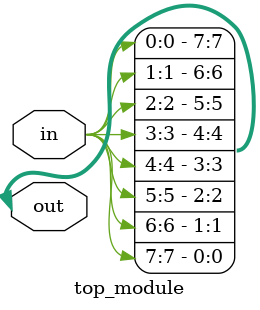
<source format=v>
module top_module(
    input [7:0] in,
    input [7:0] out
);


    assign {out[0], out[1], out[2], out[3], out[4], out[5], out[6], out[7]} = in;

endmodule



/*
*verilog 문법은 out=in[0:7]; 을 허용하지 않음
*/



</source>
